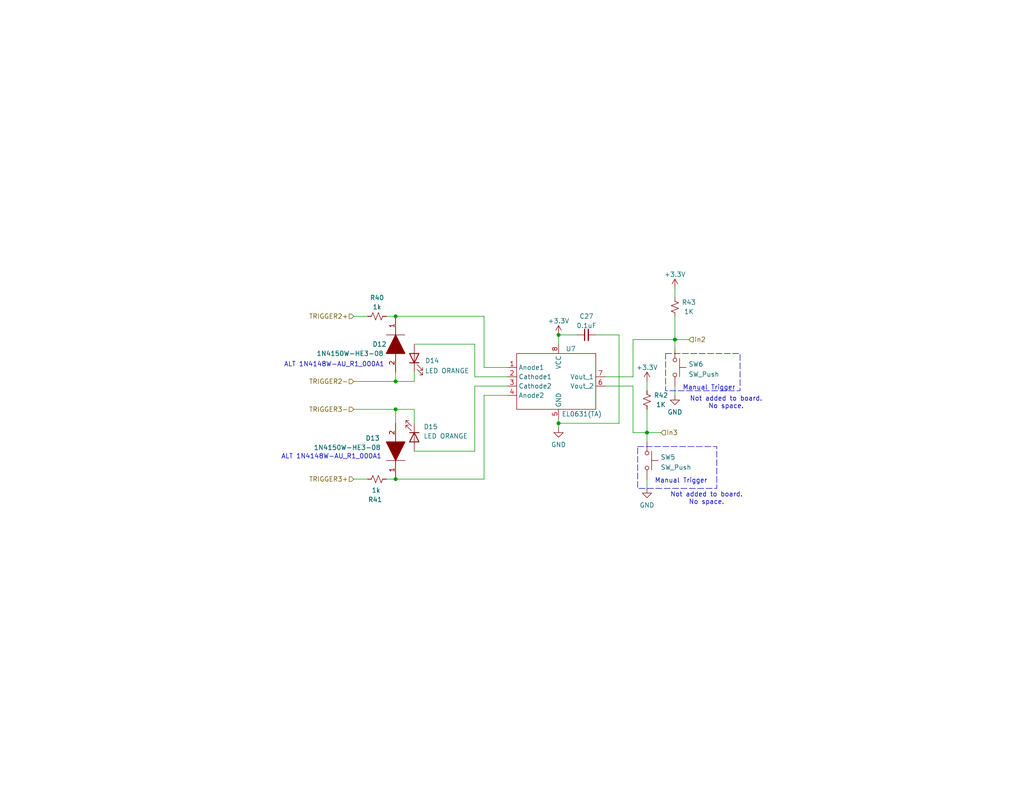
<source format=kicad_sch>
(kicad_sch
	(version 20231120)
	(generator "eeschema")
	(generator_version "8.0")
	(uuid "a3dab6fa-5274-4ec1-9d96-d4302cdd4626")
	(paper "A")
	(title_block
		(title "Codex 43")
		(date "2024-08-15")
		(rev "A")
		(company "Department of Alchemy")
	)
	(lib_symbols
		(symbol "Device:C_Small"
			(pin_numbers hide)
			(pin_names
				(offset 0.254) hide)
			(exclude_from_sim no)
			(in_bom yes)
			(on_board yes)
			(property "Reference" "C"
				(at 0.254 1.778 0)
				(effects
					(font
						(size 1.27 1.27)
					)
					(justify left)
				)
			)
			(property "Value" "C_Small"
				(at 0.254 -2.032 0)
				(effects
					(font
						(size 1.27 1.27)
					)
					(justify left)
				)
			)
			(property "Footprint" ""
				(at 0 0 0)
				(effects
					(font
						(size 1.27 1.27)
					)
					(hide yes)
				)
			)
			(property "Datasheet" "~"
				(at 0 0 0)
				(effects
					(font
						(size 1.27 1.27)
					)
					(hide yes)
				)
			)
			(property "Description" "Unpolarized capacitor, small symbol"
				(at 0 0 0)
				(effects
					(font
						(size 1.27 1.27)
					)
					(hide yes)
				)
			)
			(property "ki_keywords" "capacitor cap"
				(at 0 0 0)
				(effects
					(font
						(size 1.27 1.27)
					)
					(hide yes)
				)
			)
			(property "ki_fp_filters" "C_*"
				(at 0 0 0)
				(effects
					(font
						(size 1.27 1.27)
					)
					(hide yes)
				)
			)
			(symbol "C_Small_0_1"
				(polyline
					(pts
						(xy -1.524 -0.508) (xy 1.524 -0.508)
					)
					(stroke
						(width 0.3302)
						(type default)
					)
					(fill
						(type none)
					)
				)
				(polyline
					(pts
						(xy -1.524 0.508) (xy 1.524 0.508)
					)
					(stroke
						(width 0.3048)
						(type default)
					)
					(fill
						(type none)
					)
				)
			)
			(symbol "C_Small_1_1"
				(pin passive line
					(at 0 2.54 270)
					(length 2.032)
					(name "~"
						(effects
							(font
								(size 1.27 1.27)
							)
						)
					)
					(number "1"
						(effects
							(font
								(size 1.27 1.27)
							)
						)
					)
				)
				(pin passive line
					(at 0 -2.54 90)
					(length 2.032)
					(name "~"
						(effects
							(font
								(size 1.27 1.27)
							)
						)
					)
					(number "2"
						(effects
							(font
								(size 1.27 1.27)
							)
						)
					)
				)
			)
		)
		(symbol "Device:LED"
			(pin_numbers hide)
			(pin_names
				(offset 1.016) hide)
			(exclude_from_sim no)
			(in_bom yes)
			(on_board yes)
			(property "Reference" "D"
				(at 0 2.54 0)
				(effects
					(font
						(size 1.27 1.27)
					)
				)
			)
			(property "Value" "LED"
				(at 0 -2.54 0)
				(effects
					(font
						(size 1.27 1.27)
					)
				)
			)
			(property "Footprint" ""
				(at 0 0 0)
				(effects
					(font
						(size 1.27 1.27)
					)
					(hide yes)
				)
			)
			(property "Datasheet" "~"
				(at 0 0 0)
				(effects
					(font
						(size 1.27 1.27)
					)
					(hide yes)
				)
			)
			(property "Description" "Light emitting diode"
				(at 0 0 0)
				(effects
					(font
						(size 1.27 1.27)
					)
					(hide yes)
				)
			)
			(property "ki_keywords" "LED diode"
				(at 0 0 0)
				(effects
					(font
						(size 1.27 1.27)
					)
					(hide yes)
				)
			)
			(property "ki_fp_filters" "LED* LED_SMD:* LED_THT:*"
				(at 0 0 0)
				(effects
					(font
						(size 1.27 1.27)
					)
					(hide yes)
				)
			)
			(symbol "LED_0_1"
				(polyline
					(pts
						(xy -1.27 -1.27) (xy -1.27 1.27)
					)
					(stroke
						(width 0.254)
						(type default)
					)
					(fill
						(type none)
					)
				)
				(polyline
					(pts
						(xy -1.27 0) (xy 1.27 0)
					)
					(stroke
						(width 0)
						(type default)
					)
					(fill
						(type none)
					)
				)
				(polyline
					(pts
						(xy 1.27 -1.27) (xy 1.27 1.27) (xy -1.27 0) (xy 1.27 -1.27)
					)
					(stroke
						(width 0.254)
						(type default)
					)
					(fill
						(type none)
					)
				)
				(polyline
					(pts
						(xy -3.048 -0.762) (xy -4.572 -2.286) (xy -3.81 -2.286) (xy -4.572 -2.286) (xy -4.572 -1.524)
					)
					(stroke
						(width 0)
						(type default)
					)
					(fill
						(type none)
					)
				)
				(polyline
					(pts
						(xy -1.778 -0.762) (xy -3.302 -2.286) (xy -2.54 -2.286) (xy -3.302 -2.286) (xy -3.302 -1.524)
					)
					(stroke
						(width 0)
						(type default)
					)
					(fill
						(type none)
					)
				)
			)
			(symbol "LED_1_1"
				(pin passive line
					(at -3.81 0 0)
					(length 2.54)
					(name "K"
						(effects
							(font
								(size 1.27 1.27)
							)
						)
					)
					(number "1"
						(effects
							(font
								(size 1.27 1.27)
							)
						)
					)
				)
				(pin passive line
					(at 3.81 0 180)
					(length 2.54)
					(name "A"
						(effects
							(font
								(size 1.27 1.27)
							)
						)
					)
					(number "2"
						(effects
							(font
								(size 1.27 1.27)
							)
						)
					)
				)
			)
		)
		(symbol "Device:R_Small_US"
			(pin_numbers hide)
			(pin_names
				(offset 0.254) hide)
			(exclude_from_sim no)
			(in_bom yes)
			(on_board yes)
			(property "Reference" "R"
				(at 0.762 0.508 0)
				(effects
					(font
						(size 1.27 1.27)
					)
					(justify left)
				)
			)
			(property "Value" "R_Small_US"
				(at 0.762 -1.016 0)
				(effects
					(font
						(size 1.27 1.27)
					)
					(justify left)
				)
			)
			(property "Footprint" ""
				(at 0 0 0)
				(effects
					(font
						(size 1.27 1.27)
					)
					(hide yes)
				)
			)
			(property "Datasheet" "~"
				(at 0 0 0)
				(effects
					(font
						(size 1.27 1.27)
					)
					(hide yes)
				)
			)
			(property "Description" "Resistor, small US symbol"
				(at 0 0 0)
				(effects
					(font
						(size 1.27 1.27)
					)
					(hide yes)
				)
			)
			(property "ki_keywords" "r resistor"
				(at 0 0 0)
				(effects
					(font
						(size 1.27 1.27)
					)
					(hide yes)
				)
			)
			(property "ki_fp_filters" "R_*"
				(at 0 0 0)
				(effects
					(font
						(size 1.27 1.27)
					)
					(hide yes)
				)
			)
			(symbol "R_Small_US_1_1"
				(polyline
					(pts
						(xy 0 0) (xy 1.016 -0.381) (xy 0 -0.762) (xy -1.016 -1.143) (xy 0 -1.524)
					)
					(stroke
						(width 0)
						(type default)
					)
					(fill
						(type none)
					)
				)
				(polyline
					(pts
						(xy 0 1.524) (xy 1.016 1.143) (xy 0 0.762) (xy -1.016 0.381) (xy 0 0)
					)
					(stroke
						(width 0)
						(type default)
					)
					(fill
						(type none)
					)
				)
				(pin passive line
					(at 0 2.54 270)
					(length 1.016)
					(name "~"
						(effects
							(font
								(size 1.27 1.27)
							)
						)
					)
					(number "1"
						(effects
							(font
								(size 1.27 1.27)
							)
						)
					)
				)
				(pin passive line
					(at 0 -2.54 90)
					(length 1.016)
					(name "~"
						(effects
							(font
								(size 1.27 1.27)
							)
						)
					)
					(number "2"
						(effects
							(font
								(size 1.27 1.27)
							)
						)
					)
				)
			)
		)
		(symbol "EL0631(TA)_1"
			(exclude_from_sim no)
			(in_bom yes)
			(on_board yes)
			(property "Reference" "U"
				(at -10.16 -8.89 0)
				(effects
					(font
						(size 1.27 1.27)
					)
				)
			)
			(property "Value" "EL0631(TA)"
				(at 6.35 -8.89 0)
				(effects
					(font
						(size 1.27 1.27)
					)
				)
			)
			(property "Footprint" "Package_SO:SOP-8_3.9x4.9mm_P1.27mm"
				(at 0 -24.13 0)
				(effects
					(font
						(size 1.27 1.27)
					)
					(hide yes)
				)
			)
			(property "Datasheet" "https://everlightamericas.com/index.php?controller=attachment&id_attachment=2996"
				(at 0 -21.59 0)
				(effects
					(font
						(size 1.27 1.27)
					)
					(hide yes)
				)
			)
			(property "Description" "Optoisolator 10Mbx Open Collector 3750Vrms 2 Channel"
				(at 0 0 0)
				(effects
					(font
						(size 1.27 1.27)
					)
					(hide yes)
				)
			)
			(symbol "EL0631(TA)_1_0_1"
				(rectangle
					(start -11.43 7.62)
					(end 10.16 -7.62)
					(stroke
						(width 0)
						(type default)
					)
					(fill
						(type none)
					)
				)
			)
			(symbol "EL0631(TA)_1_1_1"
				(pin input line
					(at -13.97 3.81 0)
					(length 2.54)
					(name "Anode1"
						(effects
							(font
								(size 1.27 1.27)
							)
						)
					)
					(number "1"
						(effects
							(font
								(size 1.27 1.27)
							)
						)
					)
				)
				(pin input line
					(at -13.97 1.27 0)
					(length 2.54)
					(name "Cathode1"
						(effects
							(font
								(size 1.27 1.27)
							)
						)
					)
					(number "2"
						(effects
							(font
								(size 1.27 1.27)
							)
						)
					)
				)
				(pin input line
					(at -13.97 -1.27 0)
					(length 2.54)
					(name "Cathode2"
						(effects
							(font
								(size 1.27 1.27)
							)
						)
					)
					(number "3"
						(effects
							(font
								(size 1.27 1.27)
							)
						)
					)
				)
				(pin input line
					(at -13.97 -3.81 0)
					(length 2.54)
					(name "Anode2"
						(effects
							(font
								(size 1.27 1.27)
							)
						)
					)
					(number "4"
						(effects
							(font
								(size 1.27 1.27)
							)
						)
					)
				)
				(pin power_in line
					(at 0 -10.16 90)
					(length 2.54)
					(name "GND"
						(effects
							(font
								(size 1.27 1.27)
							)
						)
					)
					(number "5"
						(effects
							(font
								(size 1.27 1.27)
							)
						)
					)
				)
				(pin input line
					(at 12.7 -1.27 180)
					(length 2.54)
					(name "Vout_2"
						(effects
							(font
								(size 1.27 1.27)
							)
						)
					)
					(number "6"
						(effects
							(font
								(size 1.27 1.27)
							)
						)
					)
				)
				(pin input line
					(at 12.7 1.27 180)
					(length 2.54)
					(name "Vout_1"
						(effects
							(font
								(size 1.27 1.27)
							)
						)
					)
					(number "7"
						(effects
							(font
								(size 1.27 1.27)
							)
						)
					)
				)
				(pin power_in line
					(at 0 10.16 270)
					(length 2.54)
					(name "VCC"
						(effects
							(font
								(size 1.27 1.27)
							)
						)
					)
					(number "8"
						(effects
							(font
								(size 1.27 1.27)
							)
						)
					)
				)
			)
		)
		(symbol "Switch:SW_Push"
			(pin_numbers hide)
			(pin_names
				(offset 1.016) hide)
			(exclude_from_sim no)
			(in_bom yes)
			(on_board yes)
			(property "Reference" "SW"
				(at 1.27 2.54 0)
				(effects
					(font
						(size 1.27 1.27)
					)
					(justify left)
				)
			)
			(property "Value" "SW_Push"
				(at 0 -1.524 0)
				(effects
					(font
						(size 1.27 1.27)
					)
				)
			)
			(property "Footprint" ""
				(at 0 5.08 0)
				(effects
					(font
						(size 1.27 1.27)
					)
					(hide yes)
				)
			)
			(property "Datasheet" "~"
				(at 0 5.08 0)
				(effects
					(font
						(size 1.27 1.27)
					)
					(hide yes)
				)
			)
			(property "Description" "Push button switch, generic, two pins"
				(at 0 0 0)
				(effects
					(font
						(size 1.27 1.27)
					)
					(hide yes)
				)
			)
			(property "ki_keywords" "switch normally-open pushbutton push-button"
				(at 0 0 0)
				(effects
					(font
						(size 1.27 1.27)
					)
					(hide yes)
				)
			)
			(symbol "SW_Push_0_1"
				(circle
					(center -2.032 0)
					(radius 0.508)
					(stroke
						(width 0)
						(type default)
					)
					(fill
						(type none)
					)
				)
				(polyline
					(pts
						(xy 0 1.27) (xy 0 3.048)
					)
					(stroke
						(width 0)
						(type default)
					)
					(fill
						(type none)
					)
				)
				(polyline
					(pts
						(xy 2.54 1.27) (xy -2.54 1.27)
					)
					(stroke
						(width 0)
						(type default)
					)
					(fill
						(type none)
					)
				)
				(circle
					(center 2.032 0)
					(radius 0.508)
					(stroke
						(width 0)
						(type default)
					)
					(fill
						(type none)
					)
				)
				(pin passive line
					(at -5.08 0 0)
					(length 2.54)
					(name "1"
						(effects
							(font
								(size 1.27 1.27)
							)
						)
					)
					(number "1"
						(effects
							(font
								(size 1.27 1.27)
							)
						)
					)
				)
				(pin passive line
					(at 5.08 0 180)
					(length 2.54)
					(name "2"
						(effects
							(font
								(size 1.27 1.27)
							)
						)
					)
					(number "2"
						(effects
							(font
								(size 1.27 1.27)
							)
						)
					)
				)
			)
		)
		(symbol "doa-symbol-library:S1GTR"
			(pin_names
				(offset 0.762)
			)
			(exclude_from_sim no)
			(in_bom yes)
			(on_board yes)
			(property "Reference" "D"
				(at 6.35 6.35 0)
				(effects
					(font
						(size 1.27 1.27)
					)
					(justify left)
				)
			)
			(property "Value" "S1GTR"
				(at 6.35 3.81 0)
				(effects
					(font
						(size 1.27 1.27)
					)
					(justify left)
				)
			)
			(property "Footprint" "DIOM5226X295N"
				(at -2.54 -5.08 0)
				(effects
					(font
						(size 1.27 1.27)
					)
					(justify left)
					(hide yes)
				)
			)
			(property "Datasheet" "https://www.digikey.com/product-detail/en/smc-diode-solutions/S1GTR/1655-1504-1-ND/6022949"
				(at -2.54 -7.62 0)
				(effects
					(font
						(size 1.27 1.27)
					)
					(justify left)
					(hide yes)
				)
			)
			(property "Description" "Diode Standard 400V 1A Surface Mount SMA (DO-214AC)"
				(at -2.54 -10.16 0)
				(effects
					(font
						(size 1.27 1.27)
					)
					(justify left)
					(hide yes)
				)
			)
			(property "Height" "2.95"
				(at -2.54 -12.7 0)
				(effects
					(font
						(size 1.27 1.27)
					)
					(justify left)
					(hide yes)
				)
			)
			(property "Manufacturer_Name" "SMC Diode Solutions"
				(at -2.54 -15.24 0)
				(effects
					(font
						(size 1.27 1.27)
					)
					(justify left)
					(hide yes)
				)
			)
			(property "Manufacturer_Part_Number" "S1GTR"
				(at -2.54 -17.78 0)
				(effects
					(font
						(size 1.27 1.27)
					)
					(justify left)
					(hide yes)
				)
			)
			(property "Mouser Part Number" ""
				(at 11.43 -15.24 0)
				(effects
					(font
						(size 1.27 1.27)
					)
					(justify left)
					(hide yes)
				)
			)
			(property "Mouser Price/Stock" ""
				(at 11.43 -17.78 0)
				(effects
					(font
						(size 1.27 1.27)
					)
					(justify left)
					(hide yes)
				)
			)
			(property "Arrow Part Number" ""
				(at 11.43 -20.32 0)
				(effects
					(font
						(size 1.27 1.27)
					)
					(justify left)
					(hide yes)
				)
			)
			(property "Arrow Price/Stock" ""
				(at 11.43 -22.86 0)
				(effects
					(font
						(size 1.27 1.27)
					)
					(justify left)
					(hide yes)
				)
			)
			(symbol "S1GTR_0_0"
				(pin passive line
					(at 0 0 0)
					(length 5.08)
					(name "~"
						(effects
							(font
								(size 1.27 1.27)
							)
						)
					)
					(number "1"
						(effects
							(font
								(size 1.27 1.27)
							)
						)
					)
				)
				(pin passive line
					(at 15.24 0 180)
					(length 5.08)
					(name "~"
						(effects
							(font
								(size 1.27 1.27)
							)
						)
					)
					(number "2"
						(effects
							(font
								(size 1.27 1.27)
							)
						)
					)
				)
			)
			(symbol "S1GTR_0_1"
				(polyline
					(pts
						(xy 5.08 2.54) (xy 5.08 -2.54)
					)
					(stroke
						(width 0.1524)
						(type default)
					)
					(fill
						(type none)
					)
				)
				(polyline
					(pts
						(xy 5.08 0) (xy 10.16 2.54) (xy 10.16 -2.54) (xy 5.08 0)
					)
					(stroke
						(width 0.254)
						(type default)
					)
					(fill
						(type outline)
					)
				)
			)
		)
		(symbol "power:+3.3V"
			(power)
			(pin_names
				(offset 0)
			)
			(exclude_from_sim no)
			(in_bom yes)
			(on_board yes)
			(property "Reference" "#PWR"
				(at 0 -3.81 0)
				(effects
					(font
						(size 1.27 1.27)
					)
					(hide yes)
				)
			)
			(property "Value" "+3.3V"
				(at 0 3.556 0)
				(effects
					(font
						(size 1.27 1.27)
					)
				)
			)
			(property "Footprint" ""
				(at 0 0 0)
				(effects
					(font
						(size 1.27 1.27)
					)
					(hide yes)
				)
			)
			(property "Datasheet" ""
				(at 0 0 0)
				(effects
					(font
						(size 1.27 1.27)
					)
					(hide yes)
				)
			)
			(property "Description" "Power symbol creates a global label with name \"+3.3V\""
				(at 0 0 0)
				(effects
					(font
						(size 1.27 1.27)
					)
					(hide yes)
				)
			)
			(property "ki_keywords" "power-flag"
				(at 0 0 0)
				(effects
					(font
						(size 1.27 1.27)
					)
					(hide yes)
				)
			)
			(symbol "+3.3V_0_1"
				(polyline
					(pts
						(xy -0.762 1.27) (xy 0 2.54)
					)
					(stroke
						(width 0)
						(type default)
					)
					(fill
						(type none)
					)
				)
				(polyline
					(pts
						(xy 0 0) (xy 0 2.54)
					)
					(stroke
						(width 0)
						(type default)
					)
					(fill
						(type none)
					)
				)
				(polyline
					(pts
						(xy 0 2.54) (xy 0.762 1.27)
					)
					(stroke
						(width 0)
						(type default)
					)
					(fill
						(type none)
					)
				)
			)
			(symbol "+3.3V_1_1"
				(pin power_in line
					(at 0 0 90)
					(length 0) hide
					(name "+3V3"
						(effects
							(font
								(size 1.27 1.27)
							)
						)
					)
					(number "1"
						(effects
							(font
								(size 1.27 1.27)
							)
						)
					)
				)
			)
		)
		(symbol "power:GND"
			(power)
			(pin_names
				(offset 0)
			)
			(exclude_from_sim no)
			(in_bom yes)
			(on_board yes)
			(property "Reference" "#PWR"
				(at 0 -6.35 0)
				(effects
					(font
						(size 1.27 1.27)
					)
					(hide yes)
				)
			)
			(property "Value" "GND"
				(at 0 -3.81 0)
				(effects
					(font
						(size 1.27 1.27)
					)
				)
			)
			(property "Footprint" ""
				(at 0 0 0)
				(effects
					(font
						(size 1.27 1.27)
					)
					(hide yes)
				)
			)
			(property "Datasheet" ""
				(at 0 0 0)
				(effects
					(font
						(size 1.27 1.27)
					)
					(hide yes)
				)
			)
			(property "Description" "Power symbol creates a global label with name \"GND\" , ground"
				(at 0 0 0)
				(effects
					(font
						(size 1.27 1.27)
					)
					(hide yes)
				)
			)
			(property "ki_keywords" "power-flag"
				(at 0 0 0)
				(effects
					(font
						(size 1.27 1.27)
					)
					(hide yes)
				)
			)
			(symbol "GND_0_1"
				(polyline
					(pts
						(xy 0 0) (xy 0 -1.27) (xy 1.27 -1.27) (xy 0 -2.54) (xy -1.27 -1.27) (xy 0 -1.27)
					)
					(stroke
						(width 0)
						(type default)
					)
					(fill
						(type none)
					)
				)
			)
			(symbol "GND_1_1"
				(pin power_in line
					(at 0 0 270)
					(length 0) hide
					(name "GND"
						(effects
							(font
								(size 1.27 1.27)
							)
						)
					)
					(number "1"
						(effects
							(font
								(size 1.27 1.27)
							)
						)
					)
				)
			)
		)
	)
	(junction
		(at 152.4 115.57)
		(diameter 0)
		(color 0 0 0 0)
		(uuid "0b425e36-da2c-4677-a08c-09c13181e3b8")
	)
	(junction
		(at 152.4 91.44)
		(diameter 0)
		(color 0 0 0 0)
		(uuid "1dbad526-5629-457b-89b3-3d903205b804")
	)
	(junction
		(at 107.95 111.76)
		(diameter 0)
		(color 0 0 0 0)
		(uuid "3a075971-4a9c-47f0-9a81-3163f51cadab")
	)
	(junction
		(at 107.95 86.36)
		(diameter 0)
		(color 0 0 0 0)
		(uuid "59a2f296-a782-4b56-8614-b6defa61862a")
	)
	(junction
		(at 184.15 92.71)
		(diameter 0)
		(color 0 0 0 0)
		(uuid "73b58c50-2491-470a-b395-d6d563decd08")
	)
	(junction
		(at 107.95 130.81)
		(diameter 0)
		(color 0 0 0 0)
		(uuid "86a62225-0b02-4cdd-9756-a5afd79f7bb6")
	)
	(junction
		(at 107.95 104.14)
		(diameter 0)
		(color 0 0 0 0)
		(uuid "dce8e6fb-5939-4048-8c1b-8f896babc2d3")
	)
	(junction
		(at 176.53 118.11)
		(diameter 0)
		(color 0 0 0 0)
		(uuid "df5f180b-72d8-4d79-a2fe-15723ec9f97f")
	)
	(wire
		(pts
			(xy 113.03 111.76) (xy 107.95 111.76)
		)
		(stroke
			(width 0)
			(type default)
		)
		(uuid "0b399a4d-2eaf-418f-bafb-9b49984cc440")
	)
	(wire
		(pts
			(xy 132.08 107.95) (xy 132.08 130.81)
		)
		(stroke
			(width 0)
			(type default)
		)
		(uuid "0b46bbbf-1197-4adb-aaa0-39453bcc2f33")
	)
	(wire
		(pts
			(xy 138.43 107.95) (xy 132.08 107.95)
		)
		(stroke
			(width 0)
			(type default)
		)
		(uuid "0fae28fe-0d77-4c11-b0db-d29fe70add16")
	)
	(wire
		(pts
			(xy 105.41 86.36) (xy 107.95 86.36)
		)
		(stroke
			(width 0)
			(type default)
		)
		(uuid "15745517-633b-46da-9e88-2c1fc1c83224")
	)
	(wire
		(pts
			(xy 172.72 105.41) (xy 172.72 118.11)
		)
		(stroke
			(width 0)
			(type default)
		)
		(uuid "1a11d057-44fb-4784-9049-fc29f18cd8ff")
	)
	(wire
		(pts
			(xy 162.56 91.44) (xy 168.91 91.44)
		)
		(stroke
			(width 0)
			(type default)
		)
		(uuid "1d2ea05a-6718-4e84-af09-e328167d6517")
	)
	(wire
		(pts
			(xy 138.43 105.41) (xy 129.54 105.41)
		)
		(stroke
			(width 0)
			(type default)
		)
		(uuid "1de35a5c-a0cb-4efc-a33b-c37bc7128b74")
	)
	(wire
		(pts
			(xy 113.03 115.57) (xy 113.03 111.76)
		)
		(stroke
			(width 0)
			(type default)
		)
		(uuid "1e5aa601-9131-45c8-81df-46adc6d97106")
	)
	(wire
		(pts
			(xy 184.15 92.71) (xy 187.96 92.71)
		)
		(stroke
			(width 0)
			(type default)
		)
		(uuid "1f15f128-a8bd-4337-a8d3-7c6ba0df37e1")
	)
	(wire
		(pts
			(xy 132.08 130.81) (xy 107.95 130.81)
		)
		(stroke
			(width 0)
			(type default)
		)
		(uuid "216ef86d-b563-47c7-9f84-380e76dbf5ab")
	)
	(wire
		(pts
			(xy 96.52 130.81) (xy 100.33 130.81)
		)
		(stroke
			(width 0)
			(type default)
		)
		(uuid "2320685c-509f-4007-8f63-38a076a9f16c")
	)
	(wire
		(pts
			(xy 168.91 91.44) (xy 168.91 115.57)
		)
		(stroke
			(width 0)
			(type default)
		)
		(uuid "32923f5b-c9b4-49f6-acb4-410e9da5b145")
	)
	(wire
		(pts
			(xy 107.95 101.6) (xy 107.95 104.14)
		)
		(stroke
			(width 0)
			(type default)
		)
		(uuid "3ae665d6-641f-481d-97cb-6de0c5674a9a")
	)
	(wire
		(pts
			(xy 129.54 93.98) (xy 113.03 93.98)
		)
		(stroke
			(width 0)
			(type default)
		)
		(uuid "3c8cbf27-19b1-4819-92a8-ec9c9e82591e")
	)
	(wire
		(pts
			(xy 176.53 104.14) (xy 176.53 106.68)
		)
		(stroke
			(width 0)
			(type default)
		)
		(uuid "464b7a18-ef95-43b5-8cf6-cfd99c7dc2b7")
	)
	(wire
		(pts
			(xy 172.72 102.87) (xy 172.72 92.71)
		)
		(stroke
			(width 0)
			(type default)
		)
		(uuid "52c2f44c-958d-41c2-9f13-d00ff37b33b4")
	)
	(wire
		(pts
			(xy 132.08 86.36) (xy 132.08 100.33)
		)
		(stroke
			(width 0)
			(type default)
		)
		(uuid "5ba589db-cc8f-44c5-832e-0c508ae8d3b8")
	)
	(wire
		(pts
			(xy 165.1 105.41) (xy 172.72 105.41)
		)
		(stroke
			(width 0)
			(type default)
		)
		(uuid "66e4aff8-1c18-4dad-8d61-f0c81f858ba9")
	)
	(wire
		(pts
			(xy 152.4 115.57) (xy 152.4 116.84)
		)
		(stroke
			(width 0)
			(type default)
		)
		(uuid "676272ff-27b0-4d8b-b045-101339c20391")
	)
	(wire
		(pts
			(xy 96.52 86.36) (xy 100.33 86.36)
		)
		(stroke
			(width 0)
			(type default)
		)
		(uuid "6e90e8d0-2598-49cc-b72c-2a621833b209")
	)
	(wire
		(pts
			(xy 132.08 100.33) (xy 138.43 100.33)
		)
		(stroke
			(width 0)
			(type default)
		)
		(uuid "73e5689c-1065-40af-8853-0f11a224ef14")
	)
	(wire
		(pts
			(xy 184.15 95.25) (xy 184.15 92.71)
		)
		(stroke
			(width 0)
			(type default)
		)
		(uuid "76f8f89b-6cbe-4cd9-a4b1-958180966fcc")
	)
	(wire
		(pts
			(xy 176.53 111.76) (xy 176.53 118.11)
		)
		(stroke
			(width 0)
			(type default)
		)
		(uuid "78ab85a8-55ce-4a4e-bc55-738dfeadf0dd")
	)
	(wire
		(pts
			(xy 129.54 123.19) (xy 113.03 123.19)
		)
		(stroke
			(width 0)
			(type default)
		)
		(uuid "8bbc35ed-d5d5-49a5-9853-ba217abed64d")
	)
	(wire
		(pts
			(xy 107.95 104.14) (xy 96.52 104.14)
		)
		(stroke
			(width 0)
			(type default)
		)
		(uuid "8f001213-4f5b-4f76-8e2d-c9920b4a3a76")
	)
	(wire
		(pts
			(xy 176.53 118.11) (xy 180.34 118.11)
		)
		(stroke
			(width 0)
			(type default)
		)
		(uuid "921800aa-e50a-40b4-b4ed-93fbc2e52668")
	)
	(wire
		(pts
			(xy 152.4 91.44) (xy 152.4 93.98)
		)
		(stroke
			(width 0)
			(type default)
		)
		(uuid "9ae00784-e48d-4b6f-8727-4f668d2ef961")
	)
	(wire
		(pts
			(xy 168.91 115.57) (xy 152.4 115.57)
		)
		(stroke
			(width 0)
			(type default)
		)
		(uuid "a045b1b0-a7ee-42fe-931d-b163a9afd26f")
	)
	(wire
		(pts
			(xy 107.95 86.36) (xy 132.08 86.36)
		)
		(stroke
			(width 0)
			(type default)
		)
		(uuid "a34c8e47-8586-49e3-91ea-bfd9189463fb")
	)
	(wire
		(pts
			(xy 107.95 111.76) (xy 107.95 115.57)
		)
		(stroke
			(width 0)
			(type default)
		)
		(uuid "a3854d91-9fda-43a8-91f2-6858bd222164")
	)
	(wire
		(pts
			(xy 184.15 105.41) (xy 184.15 107.95)
		)
		(stroke
			(width 0)
			(type default)
		)
		(uuid "a6fa7aad-12de-4f16-9a89-de027e77a07d")
	)
	(wire
		(pts
			(xy 176.53 120.65) (xy 176.53 118.11)
		)
		(stroke
			(width 0)
			(type default)
		)
		(uuid "a909b0c8-51e8-45fb-87c8-861abc69664b")
	)
	(wire
		(pts
			(xy 152.4 91.44) (xy 157.48 91.44)
		)
		(stroke
			(width 0)
			(type default)
		)
		(uuid "be28248b-ffb6-4017-a0c6-26cb7fe60b65")
	)
	(wire
		(pts
			(xy 113.03 101.6) (xy 113.03 104.14)
		)
		(stroke
			(width 0)
			(type default)
		)
		(uuid "bfa0fad8-1ff3-46b0-9e7d-925133ca3598")
	)
	(wire
		(pts
			(xy 165.1 102.87) (xy 172.72 102.87)
		)
		(stroke
			(width 0)
			(type default)
		)
		(uuid "c82e91e1-7c3a-4d18-905d-a17a5f8be4bc")
	)
	(wire
		(pts
			(xy 172.72 92.71) (xy 184.15 92.71)
		)
		(stroke
			(width 0)
			(type default)
		)
		(uuid "c8a463cc-5295-403d-ae6d-30eb17b203a8")
	)
	(wire
		(pts
			(xy 129.54 105.41) (xy 129.54 123.19)
		)
		(stroke
			(width 0)
			(type default)
		)
		(uuid "c92212d1-24c1-44d1-9fc1-3bedafac0580")
	)
	(wire
		(pts
			(xy 176.53 130.81) (xy 176.53 133.35)
		)
		(stroke
			(width 0)
			(type default)
		)
		(uuid "ded3cc57-9146-4522-b180-465862141954")
	)
	(wire
		(pts
			(xy 152.4 114.3) (xy 152.4 115.57)
		)
		(stroke
			(width 0)
			(type default)
		)
		(uuid "e2acfe8f-f5e4-48d4-a1ee-5f6cec49d519")
	)
	(wire
		(pts
			(xy 129.54 102.87) (xy 129.54 93.98)
		)
		(stroke
			(width 0)
			(type default)
		)
		(uuid "e826d195-97af-4638-9b9b-3e2ab0d81126")
	)
	(wire
		(pts
			(xy 138.43 102.87) (xy 129.54 102.87)
		)
		(stroke
			(width 0)
			(type default)
		)
		(uuid "ea904164-3c6f-43e4-adff-4bd88ea473e4")
	)
	(wire
		(pts
			(xy 184.15 86.36) (xy 184.15 92.71)
		)
		(stroke
			(width 0)
			(type default)
		)
		(uuid "ee0cb0e6-32fd-4fd6-8e5a-b8f1dc6cba40")
	)
	(wire
		(pts
			(xy 105.41 130.81) (xy 107.95 130.81)
		)
		(stroke
			(width 0)
			(type default)
		)
		(uuid "f1a57809-18e6-4d4d-9663-f13451e11b1c")
	)
	(wire
		(pts
			(xy 113.03 104.14) (xy 107.95 104.14)
		)
		(stroke
			(width 0)
			(type default)
		)
		(uuid "f1b7787f-8c57-4984-846b-213e2fdb7140")
	)
	(wire
		(pts
			(xy 172.72 118.11) (xy 176.53 118.11)
		)
		(stroke
			(width 0)
			(type default)
		)
		(uuid "f7fa2780-342a-480e-8227-ec304b9d491c")
	)
	(wire
		(pts
			(xy 184.15 78.74) (xy 184.15 81.28)
		)
		(stroke
			(width 0)
			(type default)
		)
		(uuid "fbf9041a-740d-41d1-b874-932e1586f0ee")
	)
	(wire
		(pts
			(xy 96.52 111.76) (xy 107.95 111.76)
		)
		(stroke
			(width 0)
			(type default)
		)
		(uuid "fd2d23a0-f50b-4354-a755-c6ee36d03886")
	)
	(rectangle
		(start 181.61 96.52)
		(end 201.93 106.68)
		(stroke
			(width 0)
			(type dash)
		)
		(fill
			(type none)
		)
		(uuid 106062d8-22d7-477c-a2f7-ed4385a852c4)
	)
	(rectangle
		(start 173.99 121.92)
		(end 195.58 133.35)
		(stroke
			(width 0)
			(type dash)
		)
		(fill
			(type none)
		)
		(uuid feae6e12-a2aa-4be3-85a2-1be7280aeeb5)
	)
	(text "ALT 1N4148W-AU_R1_000A1"
		(exclude_from_sim no)
		(at 77.47 100.33 0)
		(effects
			(font
				(size 1.27 1.27)
			)
			(justify left bottom)
		)
		(uuid "1512ec36-8b65-4b2b-ad85-75e9d206d23f")
	)
	(text "Not added to board.\nNo space."
		(exclude_from_sim no)
		(at 192.786 136.144 0)
		(effects
			(font
				(size 1.27 1.27)
			)
		)
		(uuid "3059892f-18c8-4a68-a775-b0506572919d")
	)
	(text "Manual Trigger"
		(exclude_from_sim no)
		(at 193.04 132.08 0)
		(effects
			(font
				(size 1.27 1.27)
			)
			(justify right bottom)
		)
		(uuid "6f6dea21-ef16-46ff-b0a5-01f48f486bb0")
	)
	(text "Not added to board.\nNo space."
		(exclude_from_sim no)
		(at 198.12 109.982 0)
		(effects
			(font
				(size 1.27 1.27)
			)
		)
		(uuid "9c9805ed-f6d5-40a6-9784-7fc939f549ac")
	)
	(text "ALT 1N4148W-AU_R1_000A1"
		(exclude_from_sim no)
		(at 76.708 125.476 0)
		(effects
			(font
				(size 1.27 1.27)
			)
			(justify left bottom)
		)
		(uuid "d84f8814-b0ea-4b14-9b4d-b722b71f8284")
	)
	(text "Manual Trigger"
		(exclude_from_sim no)
		(at 200.66 106.68 0)
		(effects
			(font
				(size 1.27 1.27)
			)
			(justify right bottom)
		)
		(uuid "f2b07719-d89c-4024-8954-42dcdc10cba6")
	)
	(hierarchical_label "TRIGGER3+"
		(shape input)
		(at 96.52 130.81 180)
		(fields_autoplaced yes)
		(effects
			(font
				(size 1.27 1.27)
			)
			(justify right)
		)
		(uuid "1199cac9-fea7-4785-9f34-ce7718a0c983")
	)
	(hierarchical_label "TRIGGER2-"
		(shape input)
		(at 96.52 104.14 180)
		(fields_autoplaced yes)
		(effects
			(font
				(size 1.27 1.27)
			)
			(justify right)
		)
		(uuid "29b9e14d-41ad-4a1a-9fd6-4d2a94dc0e00")
	)
	(hierarchical_label "TRIGGER3-"
		(shape input)
		(at 96.52 111.76 180)
		(fields_autoplaced yes)
		(effects
			(font
				(size 1.27 1.27)
			)
			(justify right)
		)
		(uuid "39283d5c-c770-4180-887e-9173f2ba18b7")
	)
	(hierarchical_label "TRIGGER2+"
		(shape input)
		(at 96.52 86.36 180)
		(fields_autoplaced yes)
		(effects
			(font
				(size 1.27 1.27)
			)
			(justify right)
		)
		(uuid "3b31ccde-97f3-4271-bdaf-3d514146e047")
	)
	(hierarchical_label "In2"
		(shape input)
		(at 187.96 92.71 0)
		(fields_autoplaced yes)
		(effects
			(font
				(size 1.27 1.27)
			)
			(justify left)
		)
		(uuid "7aa4f5c2-536c-4191-ab9b-0f3c7dcb944c")
	)
	(hierarchical_label "In3"
		(shape input)
		(at 180.34 118.11 0)
		(fields_autoplaced yes)
		(effects
			(font
				(size 1.27 1.27)
			)
			(justify left)
		)
		(uuid "ddbea72b-d2e9-41ed-8f3e-7e38cb6c895c")
	)
	(symbol
		(lib_id "Switch:SW_Push")
		(at 176.53 125.73 270)
		(unit 1)
		(exclude_from_sim no)
		(in_bom yes)
		(on_board no)
		(dnp no)
		(fields_autoplaced yes)
		(uuid "086e55aa-4ca9-4f07-9ab0-74efd4da49cf")
		(property "Reference" "SW5"
			(at 180.213 124.8215 90)
			(effects
				(font
					(size 1.27 1.27)
				)
				(justify left)
			)
		)
		(property "Value" "SW_Push"
			(at 180.213 127.5966 90)
			(effects
				(font
					(size 1.27 1.27)
				)
				(justify left)
			)
		)
		(property "Footprint" "Department of Alchemy:SW_Push_1P1T_NO_RKB2SJK250SMTR LFS"
			(at 181.61 125.73 0)
			(effects
				(font
					(size 1.27 1.27)
				)
				(hide yes)
			)
		)
		(property "Datasheet" "~"
			(at 181.61 125.73 0)
			(effects
				(font
					(size 1.27 1.27)
				)
				(hide yes)
			)
		)
		(property "Description" ""
			(at 176.53 125.73 0)
			(effects
				(font
					(size 1.27 1.27)
				)
				(hide yes)
			)
		)
		(pin "1"
			(uuid "8018c53c-d9f1-4d6a-a8b0-597281d155eb")
		)
		(pin "2"
			(uuid "58c5ac5b-fdf2-4f92-9f8b-bdb7f02a4282")
		)
		(instances
			(project "Codex43"
				(path "/02059a2a-2ff0-4a93-92c8-e849858c21a4/ca881a26-3e67-4e90-a589-7ead820d0d0b"
					(reference "SW5")
					(unit 1)
				)
			)
		)
	)
	(symbol
		(lib_id "Device:LED")
		(at 113.03 119.38 270)
		(unit 1)
		(exclude_from_sim no)
		(in_bom yes)
		(on_board yes)
		(dnp no)
		(fields_autoplaced yes)
		(uuid "09e54204-2cf0-46c4-93c4-261f69530cb8")
		(property "Reference" "D15"
			(at 115.57 116.5224 90)
			(effects
				(font
					(size 1.27 1.27)
				)
				(justify left)
			)
		)
		(property "Value" "LED ORANGE"
			(at 115.57 119.0624 90)
			(effects
				(font
					(size 1.27 1.27)
				)
				(justify left)
			)
		)
		(property "Footprint" "LED_SMD:LED_0603_1608Metric"
			(at 113.03 119.38 0)
			(effects
				(font
					(size 1.27 1.27)
				)
				(hide yes)
			)
		)
		(property "Datasheet" "~"
			(at 113.03 119.38 0)
			(effects
				(font
					(size 1.27 1.27)
				)
				(hide yes)
			)
		)
		(property "Description" ""
			(at 113.03 119.38 0)
			(effects
				(font
					(size 1.27 1.27)
				)
				(hide yes)
			)
		)
		(pin "1"
			(uuid "fc63981b-3c59-43d4-8ac4-47aa8f83c47d")
		)
		(pin "2"
			(uuid "2eebda3e-bbfc-415b-80e3-28e59c10320c")
		)
		(instances
			(project "Codex43"
				(path "/02059a2a-2ff0-4a93-92c8-e849858c21a4/ca881a26-3e67-4e90-a589-7ead820d0d0b"
					(reference "D15")
					(unit 1)
				)
			)
		)
	)
	(symbol
		(lib_id "Device:C_Small")
		(at 160.02 91.44 90)
		(unit 1)
		(exclude_from_sim no)
		(in_bom yes)
		(on_board yes)
		(dnp no)
		(fields_autoplaced yes)
		(uuid "13bf323e-fee9-4f31-8b95-bce7a1bc2857")
		(property "Reference" "C27"
			(at 160.0263 86.36 90)
			(effects
				(font
					(size 1.27 1.27)
				)
			)
		)
		(property "Value" "0.1uF"
			(at 160.0263 88.9 90)
			(effects
				(font
					(size 1.27 1.27)
				)
			)
		)
		(property "Footprint" "Capacitor_SMD:C_0603_1608Metric"
			(at 160.02 91.44 0)
			(effects
				(font
					(size 1.27 1.27)
				)
				(hide yes)
			)
		)
		(property "Datasheet" "~"
			(at 160.02 91.44 0)
			(effects
				(font
					(size 1.27 1.27)
				)
				(hide yes)
			)
		)
		(property "Description" ""
			(at 160.02 91.44 0)
			(effects
				(font
					(size 1.27 1.27)
				)
				(hide yes)
			)
		)
		(pin "1"
			(uuid "7ee9b743-6a27-41e4-b8df-c17623aef2f0")
		)
		(pin "2"
			(uuid "d7b39d0c-5f11-4746-bc09-ee847f91cc64")
		)
		(instances
			(project "Codex43"
				(path "/02059a2a-2ff0-4a93-92c8-e849858c21a4/ca881a26-3e67-4e90-a589-7ead820d0d0b"
					(reference "C27")
					(unit 1)
				)
			)
		)
	)
	(symbol
		(lib_id "power:+3.3V")
		(at 184.15 78.74 0)
		(unit 1)
		(exclude_from_sim no)
		(in_bom yes)
		(on_board yes)
		(dnp no)
		(fields_autoplaced yes)
		(uuid "3260210c-36a3-446b-83a7-8884a2bda0b6")
		(property "Reference" "#PWR0107"
			(at 184.15 82.55 0)
			(effects
				(font
					(size 1.27 1.27)
				)
				(hide yes)
			)
		)
		(property "Value" "+3.3V"
			(at 184.15 74.93 0)
			(effects
				(font
					(size 1.27 1.27)
				)
			)
		)
		(property "Footprint" ""
			(at 184.15 78.74 0)
			(effects
				(font
					(size 1.27 1.27)
				)
				(hide yes)
			)
		)
		(property "Datasheet" ""
			(at 184.15 78.74 0)
			(effects
				(font
					(size 1.27 1.27)
				)
				(hide yes)
			)
		)
		(property "Description" ""
			(at 184.15 78.74 0)
			(effects
				(font
					(size 1.27 1.27)
				)
				(hide yes)
			)
		)
		(pin "1"
			(uuid "5c1e070c-1acc-4cd7-b03d-49fed65e19a6")
		)
		(instances
			(project "Codex43"
				(path "/02059a2a-2ff0-4a93-92c8-e849858c21a4/ca881a26-3e67-4e90-a589-7ead820d0d0b"
					(reference "#PWR0107")
					(unit 1)
				)
			)
		)
	)
	(symbol
		(lib_id "power:GND")
		(at 176.53 133.35 0)
		(unit 1)
		(exclude_from_sim no)
		(in_bom yes)
		(on_board yes)
		(dnp no)
		(fields_autoplaced yes)
		(uuid "40c5b551-8931-471b-88d2-04d41aebbd25")
		(property "Reference" "#PWR0106"
			(at 176.53 139.7 0)
			(effects
				(font
					(size 1.27 1.27)
				)
				(hide yes)
			)
		)
		(property "Value" "GND"
			(at 176.53 137.9125 0)
			(effects
				(font
					(size 1.27 1.27)
				)
			)
		)
		(property "Footprint" ""
			(at 176.53 133.35 0)
			(effects
				(font
					(size 1.27 1.27)
				)
				(hide yes)
			)
		)
		(property "Datasheet" ""
			(at 176.53 133.35 0)
			(effects
				(font
					(size 1.27 1.27)
				)
				(hide yes)
			)
		)
		(property "Description" ""
			(at 176.53 133.35 0)
			(effects
				(font
					(size 1.27 1.27)
				)
				(hide yes)
			)
		)
		(pin "1"
			(uuid "9b24a9e3-1fb0-42fe-8aba-1a48384cc092")
		)
		(instances
			(project "Codex43"
				(path "/02059a2a-2ff0-4a93-92c8-e849858c21a4/ca881a26-3e67-4e90-a589-7ead820d0d0b"
					(reference "#PWR0106")
					(unit 1)
				)
			)
		)
	)
	(symbol
		(lib_id "power:+3.3V")
		(at 152.4 91.44 0)
		(unit 1)
		(exclude_from_sim no)
		(in_bom yes)
		(on_board yes)
		(dnp no)
		(fields_autoplaced yes)
		(uuid "4dfdecea-159c-496a-bbd6-789194a28efd")
		(property "Reference" "#PWR0103"
			(at 152.4 95.25 0)
			(effects
				(font
					(size 1.27 1.27)
				)
				(hide yes)
			)
		)
		(property "Value" "+3.3V"
			(at 152.4 87.63 0)
			(effects
				(font
					(size 1.27 1.27)
				)
			)
		)
		(property "Footprint" ""
			(at 152.4 91.44 0)
			(effects
				(font
					(size 1.27 1.27)
				)
				(hide yes)
			)
		)
		(property "Datasheet" ""
			(at 152.4 91.44 0)
			(effects
				(font
					(size 1.27 1.27)
				)
				(hide yes)
			)
		)
		(property "Description" ""
			(at 152.4 91.44 0)
			(effects
				(font
					(size 1.27 1.27)
				)
				(hide yes)
			)
		)
		(pin "1"
			(uuid "67bd7fab-38fa-4a36-9049-7f99207649ad")
		)
		(instances
			(project "Codex43"
				(path "/02059a2a-2ff0-4a93-92c8-e849858c21a4/ca881a26-3e67-4e90-a589-7ead820d0d0b"
					(reference "#PWR0103")
					(unit 1)
				)
			)
		)
	)
	(symbol
		(lib_id "Device:R_Small_US")
		(at 176.53 109.22 180)
		(unit 1)
		(exclude_from_sim no)
		(in_bom yes)
		(on_board yes)
		(dnp no)
		(uuid "4e3d0d23-8e5a-4b2a-ad5d-2933221a7875")
		(property "Reference" "R42"
			(at 180.34 107.95 0)
			(effects
				(font
					(size 1.27 1.27)
				)
			)
		)
		(property "Value" "1K"
			(at 180.34 110.49 0)
			(effects
				(font
					(size 1.27 1.27)
				)
			)
		)
		(property "Footprint" "Resistor_SMD:R_0603_1608Metric"
			(at 176.53 109.22 0)
			(effects
				(font
					(size 1.27 1.27)
				)
				(hide yes)
			)
		)
		(property "Datasheet" "~"
			(at 176.53 109.22 0)
			(effects
				(font
					(size 1.27 1.27)
				)
				(hide yes)
			)
		)
		(property "Description" ""
			(at 176.53 109.22 0)
			(effects
				(font
					(size 1.27 1.27)
				)
				(hide yes)
			)
		)
		(pin "1"
			(uuid "e2fcc1d6-352c-45be-9cb4-fe2fe134610b")
		)
		(pin "2"
			(uuid "d7f787af-7f10-496a-9fee-4aadec9fe9e9")
		)
		(instances
			(project "Codex43"
				(path "/02059a2a-2ff0-4a93-92c8-e849858c21a4/ca881a26-3e67-4e90-a589-7ead820d0d0b"
					(reference "R42")
					(unit 1)
				)
			)
		)
	)
	(symbol
		(lib_id "power:GND")
		(at 184.15 107.95 0)
		(unit 1)
		(exclude_from_sim no)
		(in_bom yes)
		(on_board yes)
		(dnp no)
		(fields_autoplaced yes)
		(uuid "5834a7ed-a19b-47b3-851f-d4cb3b63e082")
		(property "Reference" "#PWR0108"
			(at 184.15 114.3 0)
			(effects
				(font
					(size 1.27 1.27)
				)
				(hide yes)
			)
		)
		(property "Value" "GND"
			(at 184.15 112.5125 0)
			(effects
				(font
					(size 1.27 1.27)
				)
			)
		)
		(property "Footprint" ""
			(at 184.15 107.95 0)
			(effects
				(font
					(size 1.27 1.27)
				)
				(hide yes)
			)
		)
		(property "Datasheet" ""
			(at 184.15 107.95 0)
			(effects
				(font
					(size 1.27 1.27)
				)
				(hide yes)
			)
		)
		(property "Description" ""
			(at 184.15 107.95 0)
			(effects
				(font
					(size 1.27 1.27)
				)
				(hide yes)
			)
		)
		(pin "1"
			(uuid "bd34b094-e95e-4412-adee-13f614bf3ffd")
		)
		(instances
			(project "Codex43"
				(path "/02059a2a-2ff0-4a93-92c8-e849858c21a4/ca881a26-3e67-4e90-a589-7ead820d0d0b"
					(reference "#PWR0108")
					(unit 1)
				)
			)
		)
	)
	(symbol
		(lib_id "Device:R_Small_US")
		(at 102.87 86.36 270)
		(unit 1)
		(exclude_from_sim no)
		(in_bom yes)
		(on_board yes)
		(dnp no)
		(uuid "77f6cc11-80ff-4cd1-b521-fe45e501d04d")
		(property "Reference" "R40"
			(at 102.87 81.28 90)
			(effects
				(font
					(size 1.27 1.27)
				)
			)
		)
		(property "Value" "1k"
			(at 102.87 83.82 90)
			(effects
				(font
					(size 1.27 1.27)
				)
			)
		)
		(property "Footprint" "Resistor_SMD:R_0603_1608Metric"
			(at 102.87 86.36 0)
			(effects
				(font
					(size 1.27 1.27)
				)
				(hide yes)
			)
		)
		(property "Datasheet" "~"
			(at 102.87 86.36 0)
			(effects
				(font
					(size 1.27 1.27)
				)
				(hide yes)
			)
		)
		(property "Description" ""
			(at 102.87 86.36 0)
			(effects
				(font
					(size 1.27 1.27)
				)
				(hide yes)
			)
		)
		(pin "1"
			(uuid "9d67410f-e41f-4152-9a4c-0129e84452aa")
		)
		(pin "2"
			(uuid "bbaa4bbf-0f4b-4f3d-aa1c-060bfe75fea8")
		)
		(instances
			(project "Codex43"
				(path "/02059a2a-2ff0-4a93-92c8-e849858c21a4/ca881a26-3e67-4e90-a589-7ead820d0d0b"
					(reference "R40")
					(unit 1)
				)
			)
		)
	)
	(symbol
		(lib_id "Device:R_Small_US")
		(at 102.87 130.81 270)
		(unit 1)
		(exclude_from_sim no)
		(in_bom yes)
		(on_board yes)
		(dnp no)
		(uuid "7a24f91a-494e-4d45-ac4f-d4ce20f6d8d1")
		(property "Reference" "R41"
			(at 102.362 136.398 90)
			(effects
				(font
					(size 1.27 1.27)
				)
			)
		)
		(property "Value" "1k"
			(at 102.616 133.858 90)
			(effects
				(font
					(size 1.27 1.27)
				)
			)
		)
		(property "Footprint" "Resistor_SMD:R_0603_1608Metric"
			(at 102.87 130.81 0)
			(effects
				(font
					(size 1.27 1.27)
				)
				(hide yes)
			)
		)
		(property "Datasheet" "~"
			(at 102.87 130.81 0)
			(effects
				(font
					(size 1.27 1.27)
				)
				(hide yes)
			)
		)
		(property "Description" ""
			(at 102.87 130.81 0)
			(effects
				(font
					(size 1.27 1.27)
				)
				(hide yes)
			)
		)
		(pin "1"
			(uuid "01ffadae-238e-48c8-88cc-8a7bde083086")
		)
		(pin "2"
			(uuid "db9a3eaf-0b16-490d-90d8-67c2ae7105e9")
		)
		(instances
			(project "Codex43"
				(path "/02059a2a-2ff0-4a93-92c8-e849858c21a4/ca881a26-3e67-4e90-a589-7ead820d0d0b"
					(reference "R41")
					(unit 1)
				)
			)
		)
	)
	(symbol
		(lib_id "power:GND")
		(at 152.4 116.84 0)
		(unit 1)
		(exclude_from_sim no)
		(in_bom yes)
		(on_board yes)
		(dnp no)
		(fields_autoplaced yes)
		(uuid "7eb036bd-0b9b-4826-b1bd-b515f1042d7b")
		(property "Reference" "#PWR0104"
			(at 152.4 123.19 0)
			(effects
				(font
					(size 1.27 1.27)
				)
				(hide yes)
			)
		)
		(property "Value" "GND"
			(at 152.4 121.4025 0)
			(effects
				(font
					(size 1.27 1.27)
				)
			)
		)
		(property "Footprint" ""
			(at 152.4 116.84 0)
			(effects
				(font
					(size 1.27 1.27)
				)
				(hide yes)
			)
		)
		(property "Datasheet" ""
			(at 152.4 116.84 0)
			(effects
				(font
					(size 1.27 1.27)
				)
				(hide yes)
			)
		)
		(property "Description" ""
			(at 152.4 116.84 0)
			(effects
				(font
					(size 1.27 1.27)
				)
				(hide yes)
			)
		)
		(pin "1"
			(uuid "3e6b8cb7-61e2-4cc9-81be-9cd4d95223c9")
		)
		(instances
			(project "Codex43"
				(path "/02059a2a-2ff0-4a93-92c8-e849858c21a4/ca881a26-3e67-4e90-a589-7ead820d0d0b"
					(reference "#PWR0104")
					(unit 1)
				)
			)
		)
	)
	(symbol
		(lib_id "Switch:SW_Push")
		(at 184.15 100.33 270)
		(unit 1)
		(exclude_from_sim no)
		(in_bom yes)
		(on_board no)
		(dnp no)
		(fields_autoplaced yes)
		(uuid "81809ea3-54f7-41d1-9ce8-2b719d8aafc3")
		(property "Reference" "SW6"
			(at 187.833 99.4215 90)
			(effects
				(font
					(size 1.27 1.27)
				)
				(justify left)
			)
		)
		(property "Value" "SW_Push"
			(at 187.833 102.1966 90)
			(effects
				(font
					(size 1.27 1.27)
				)
				(justify left)
			)
		)
		(property "Footprint" "Department of Alchemy:SW_Push_1P1T_NO_RKB2SJK250SMTR LFS"
			(at 189.23 100.33 0)
			(effects
				(font
					(size 1.27 1.27)
				)
				(hide yes)
			)
		)
		(property "Datasheet" "~"
			(at 189.23 100.33 0)
			(effects
				(font
					(size 1.27 1.27)
				)
				(hide yes)
			)
		)
		(property "Description" ""
			(at 184.15 100.33 0)
			(effects
				(font
					(size 1.27 1.27)
				)
				(hide yes)
			)
		)
		(pin "1"
			(uuid "d58c289e-182a-4d2e-a66f-3073b4ead18c")
		)
		(pin "2"
			(uuid "df1604fa-f3d4-47e4-af9c-2d17736d3b8c")
		)
		(instances
			(project "Codex43"
				(path "/02059a2a-2ff0-4a93-92c8-e849858c21a4/ca881a26-3e67-4e90-a589-7ead820d0d0b"
					(reference "SW6")
					(unit 1)
				)
			)
		)
	)
	(symbol
		(lib_id "doa-symbol-library:S1GTR")
		(at 107.95 130.81 90)
		(unit 1)
		(exclude_from_sim no)
		(in_bom yes)
		(on_board yes)
		(dnp no)
		(uuid "81f28a1d-0355-4fca-9348-5ceeff2a1ded")
		(property "Reference" "D13"
			(at 103.632 119.634 90)
			(effects
				(font
					(size 1.27 1.27)
				)
				(justify left)
			)
		)
		(property "Value" "1N4150W-HE3-08"
			(at 103.886 122.174 90)
			(effects
				(font
					(size 1.27 1.27)
				)
				(justify left)
			)
		)
		(property "Footprint" "Diode_SMD:D_SOD-123"
			(at 113.03 133.35 0)
			(effects
				(font
					(size 1.27 1.27)
				)
				(justify left)
				(hide yes)
			)
		)
		(property "Datasheet" "https://www.digikey.com/product-detail/en/smc-diode-solutions/S1GTR/1655-1504-1-ND/6022949"
			(at 115.57 133.35 0)
			(effects
				(font
					(size 1.27 1.27)
				)
				(justify left)
				(hide yes)
			)
		)
		(property "Description" "Diode Standard 400V 1A Surface Mount SMA (DO-214AC)"
			(at 118.11 133.35 0)
			(effects
				(font
					(size 1.27 1.27)
				)
				(justify left)
				(hide yes)
			)
		)
		(property "Height" "2.95"
			(at 120.65 133.35 0)
			(effects
				(font
					(size 1.27 1.27)
				)
				(justify left)
				(hide yes)
			)
		)
		(property "Manufacturer_Name" "SMC Diode Solutions"
			(at 123.19 133.35 0)
			(effects
				(font
					(size 1.27 1.27)
				)
				(justify left)
				(hide yes)
			)
		)
		(property "Manufacturer_Part_Number" "S1GTR"
			(at 125.73 133.35 0)
			(effects
				(font
					(size 1.27 1.27)
				)
				(justify left)
				(hide yes)
			)
		)
		(property "Mouser Part Number" ""
			(at 123.19 119.38 0)
			(effects
				(font
					(size 1.27 1.27)
				)
				(justify left)
				(hide yes)
			)
		)
		(property "Mouser Price/Stock" ""
			(at 125.73 119.38 0)
			(effects
				(font
					(size 1.27 1.27)
				)
				(justify left)
				(hide yes)
			)
		)
		(property "Arrow Part Number" ""
			(at 128.27 119.38 0)
			(effects
				(font
					(size 1.27 1.27)
				)
				(justify left)
				(hide yes)
			)
		)
		(property "Arrow Price/Stock" ""
			(at 130.81 119.38 0)
			(effects
				(font
					(size 1.27 1.27)
				)
				(justify left)
				(hide yes)
			)
		)
		(pin "1"
			(uuid "9a11506b-437a-458f-af79-70895a334374")
		)
		(pin "2"
			(uuid "30dec701-667d-4c2f-a2bf-ffe0b4bb9aef")
		)
		(instances
			(project "Codex43"
				(path "/02059a2a-2ff0-4a93-92c8-e849858c21a4/ca881a26-3e67-4e90-a589-7ead820d0d0b"
					(reference "D13")
					(unit 1)
				)
			)
		)
	)
	(symbol
		(lib_id "Device:LED")
		(at 113.03 97.79 90)
		(unit 1)
		(exclude_from_sim no)
		(in_bom yes)
		(on_board yes)
		(dnp no)
		(fields_autoplaced yes)
		(uuid "8b0b67fd-f70f-494b-9761-4fccb406a5c6")
		(property "Reference" "D14"
			(at 115.951 98.469 90)
			(effects
				(font
					(size 1.27 1.27)
				)
				(justify right)
			)
		)
		(property "Value" "LED ORANGE"
			(at 115.951 101.2441 90)
			(effects
				(font
					(size 1.27 1.27)
				)
				(justify right)
			)
		)
		(property "Footprint" "LED_SMD:LED_0603_1608Metric"
			(at 113.03 97.79 0)
			(effects
				(font
					(size 1.27 1.27)
				)
				(hide yes)
			)
		)
		(property "Datasheet" "~"
			(at 113.03 97.79 0)
			(effects
				(font
					(size 1.27 1.27)
				)
				(hide yes)
			)
		)
		(property "Description" ""
			(at 113.03 97.79 0)
			(effects
				(font
					(size 1.27 1.27)
				)
				(hide yes)
			)
		)
		(pin "1"
			(uuid "d4499728-c580-4867-ab66-a8c4455e8b72")
		)
		(pin "2"
			(uuid "25908a4a-1214-4576-a8b0-4f2e9a9ac179")
		)
		(instances
			(project "Codex43"
				(path "/02059a2a-2ff0-4a93-92c8-e849858c21a4/ca881a26-3e67-4e90-a589-7ead820d0d0b"
					(reference "D14")
					(unit 1)
				)
			)
		)
	)
	(symbol
		(lib_id "Device:R_Small_US")
		(at 184.15 83.82 180)
		(unit 1)
		(exclude_from_sim no)
		(in_bom yes)
		(on_board yes)
		(dnp no)
		(uuid "da9cfe1c-ddea-4dc7-b026-ebe4464f6510")
		(property "Reference" "R43"
			(at 187.96 82.55 0)
			(effects
				(font
					(size 1.27 1.27)
				)
			)
		)
		(property "Value" "1K"
			(at 187.96 85.09 0)
			(effects
				(font
					(size 1.27 1.27)
				)
			)
		)
		(property "Footprint" "Resistor_SMD:R_0603_1608Metric"
			(at 184.15 83.82 0)
			(effects
				(font
					(size 1.27 1.27)
				)
				(hide yes)
			)
		)
		(property "Datasheet" "~"
			(at 184.15 83.82 0)
			(effects
				(font
					(size 1.27 1.27)
				)
				(hide yes)
			)
		)
		(property "Description" ""
			(at 184.15 83.82 0)
			(effects
				(font
					(size 1.27 1.27)
				)
				(hide yes)
			)
		)
		(pin "1"
			(uuid "9da4de02-6c0e-4cbb-a883-ba0544de1990")
		)
		(pin "2"
			(uuid "59e538b5-d104-4b59-bbdb-2f5df68aa9fe")
		)
		(instances
			(project "Codex43"
				(path "/02059a2a-2ff0-4a93-92c8-e849858c21a4/ca881a26-3e67-4e90-a589-7ead820d0d0b"
					(reference "R43")
					(unit 1)
				)
			)
		)
	)
	(symbol
		(lib_id "power:+3.3V")
		(at 176.53 104.14 0)
		(unit 1)
		(exclude_from_sim no)
		(in_bom yes)
		(on_board yes)
		(dnp no)
		(fields_autoplaced yes)
		(uuid "db189cfb-e334-4cbc-bcfb-0cb68b5f967e")
		(property "Reference" "#PWR0105"
			(at 176.53 107.95 0)
			(effects
				(font
					(size 1.27 1.27)
				)
				(hide yes)
			)
		)
		(property "Value" "+3.3V"
			(at 176.53 100.33 0)
			(effects
				(font
					(size 1.27 1.27)
				)
			)
		)
		(property "Footprint" ""
			(at 176.53 104.14 0)
			(effects
				(font
					(size 1.27 1.27)
				)
				(hide yes)
			)
		)
		(property "Datasheet" ""
			(at 176.53 104.14 0)
			(effects
				(font
					(size 1.27 1.27)
				)
				(hide yes)
			)
		)
		(property "Description" ""
			(at 176.53 104.14 0)
			(effects
				(font
					(size 1.27 1.27)
				)
				(hide yes)
			)
		)
		(pin "1"
			(uuid "6332da11-0d93-4854-af56-309d8945f649")
		)
		(instances
			(project "Codex43"
				(path "/02059a2a-2ff0-4a93-92c8-e849858c21a4/ca881a26-3e67-4e90-a589-7ead820d0d0b"
					(reference "#PWR0105")
					(unit 1)
				)
			)
		)
	)
	(symbol
		(lib_id "doa-symbol-library:S1GTR")
		(at 107.95 86.36 270)
		(unit 1)
		(exclude_from_sim no)
		(in_bom yes)
		(on_board yes)
		(dnp no)
		(uuid "f122def9-e583-4cf0-be50-d55ac14126df")
		(property "Reference" "D12"
			(at 101.6 93.98 90)
			(effects
				(font
					(size 1.27 1.27)
				)
				(justify left)
			)
		)
		(property "Value" "1N4150W-HE3-08"
			(at 86.36 96.52 90)
			(effects
				(font
					(size 1.27 1.27)
				)
				(justify left)
			)
		)
		(property "Footprint" "Diode_SMD:D_SOD-123"
			(at 102.87 83.82 0)
			(effects
				(font
					(size 1.27 1.27)
				)
				(justify left)
				(hide yes)
			)
		)
		(property "Datasheet" "https://www.digikey.com/product-detail/en/smc-diode-solutions/S1GTR/1655-1504-1-ND/6022949"
			(at 100.33 83.82 0)
			(effects
				(font
					(size 1.27 1.27)
				)
				(justify left)
				(hide yes)
			)
		)
		(property "Description" "Diode Standard 400V 1A Surface Mount SMA (DO-214AC)"
			(at 97.79 83.82 0)
			(effects
				(font
					(size 1.27 1.27)
				)
				(justify left)
				(hide yes)
			)
		)
		(property "Height" "2.95"
			(at 95.25 83.82 0)
			(effects
				(font
					(size 1.27 1.27)
				)
				(justify left)
				(hide yes)
			)
		)
		(property "Manufacturer_Name" "SMC Diode Solutions"
			(at 92.71 83.82 0)
			(effects
				(font
					(size 1.27 1.27)
				)
				(justify left)
				(hide yes)
			)
		)
		(property "Manufacturer_Part_Number" "S1GTR"
			(at 90.17 83.82 0)
			(effects
				(font
					(size 1.27 1.27)
				)
				(justify left)
				(hide yes)
			)
		)
		(property "Mouser Part Number" ""
			(at 92.71 97.79 0)
			(effects
				(font
					(size 1.27 1.27)
				)
				(justify left)
				(hide yes)
			)
		)
		(property "Mouser Price/Stock" ""
			(at 90.17 97.79 0)
			(effects
				(font
					(size 1.27 1.27)
				)
				(justify left)
				(hide yes)
			)
		)
		(property "Arrow Part Number" ""
			(at 87.63 97.79 0)
			(effects
				(font
					(size 1.27 1.27)
				)
				(justify left)
				(hide yes)
			)
		)
		(property "Arrow Price/Stock" ""
			(at 85.09 97.79 0)
			(effects
				(font
					(size 1.27 1.27)
				)
				(justify left)
				(hide yes)
			)
		)
		(pin "1"
			(uuid "0f947485-d8ff-4336-9d5d-8858480f6c32")
		)
		(pin "2"
			(uuid "384a390c-4d3d-43ca-b27a-89c976c62efa")
		)
		(instances
			(project "Codex43"
				(path "/02059a2a-2ff0-4a93-92c8-e849858c21a4/ca881a26-3e67-4e90-a589-7ead820d0d0b"
					(reference "D12")
					(unit 1)
				)
			)
		)
	)
	(symbol
		(lib_name "EL0631(TA)_1")
		(lib_id "Department of Alchemy:EL0631(TA)")
		(at 152.4 104.14 0)
		(unit 1)
		(exclude_from_sim no)
		(in_bom yes)
		(on_board yes)
		(dnp no)
		(uuid "fd9df196-578a-48a0-96d0-ead1ad07fc32")
		(property "Reference" "U7"
			(at 154.3559 95.25 0)
			(effects
				(font
					(size 1.27 1.27)
				)
				(justify left)
			)
		)
		(property "Value" "EL0631(TA)"
			(at 158.75 113.03 0)
			(effects
				(font
					(size 1.27 1.27)
				)
			)
		)
		(property "Footprint" "Department of Alchemy:EL0631(TA)-SOP-8_3.9x4.9mm_P1.27mm"
			(at 152.4 128.27 0)
			(effects
				(font
					(size 1.27 1.27)
				)
				(hide yes)
			)
		)
		(property "Datasheet" "https://everlightamericas.com/index.php?controller=attachment&id_attachment=2996"
			(at 152.4 125.73 0)
			(effects
				(font
					(size 1.27 1.27)
				)
				(hide yes)
			)
		)
		(property "Description" ""
			(at 152.4 104.14 0)
			(effects
				(font
					(size 1.27 1.27)
				)
				(hide yes)
			)
		)
		(pin "1"
			(uuid "d62bf560-8fab-4b6e-a428-a039b26ff26e")
		)
		(pin "2"
			(uuid "40685f77-117e-411d-a60d-bcf1f7daa261")
		)
		(pin "3"
			(uuid "d29d4973-6d9a-4b79-8ac9-a36848cdbe25")
		)
		(pin "4"
			(uuid "3054b5be-76ed-4e1d-9e71-db66f5a8d7b9")
		)
		(pin "5"
			(uuid "7e934463-69cc-44de-a8e9-86be57b702ca")
		)
		(pin "6"
			(uuid "5950326a-cbd6-4b60-ad0f-0f73b36fecf7")
		)
		(pin "7"
			(uuid "43f5ed5a-65f1-4ab4-8271-ff47cec7f56f")
		)
		(pin "8"
			(uuid "569fbd64-cb4f-49ab-91ac-65761c46feb4")
		)
		(instances
			(project "Codex43"
				(path "/02059a2a-2ff0-4a93-92c8-e849858c21a4/ca881a26-3e67-4e90-a589-7ead820d0d0b"
					(reference "U7")
					(unit 1)
				)
			)
		)
	)
)

</source>
